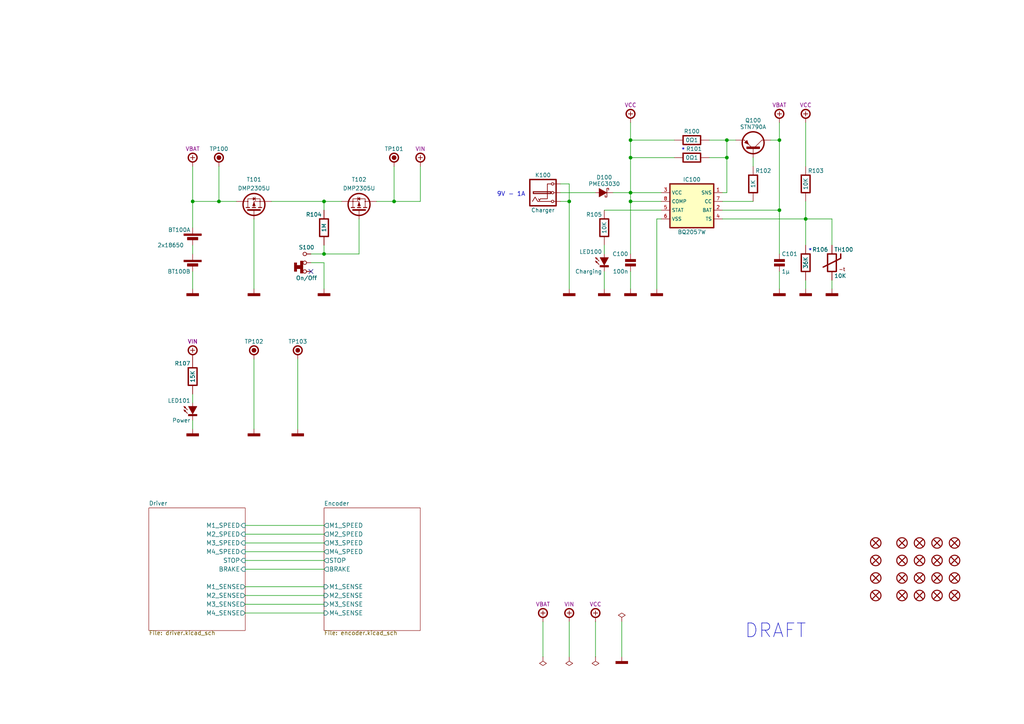
<source format=kicad_sch>
(kicad_sch (version 20211123) (generator eeschema)
  (paper "A4")
  (title_block (title "Power") (date "01/2022") (rev "A") (comment 1 "TCAR Motor Board - L298P"))
  (lib_symbols
    (symbol "power:PWR_FLAG" (power) (pin_numbers hide) (pin_names (offset 0) hide)
      (property "Value" "PWR_FLAG" (at 0 3.81 0))
      (symbol "PWR_FLAG_0_0"
        (pin power_out line (at 0 0 90) (length 0) (name "pwr") (number "1"))
      )
      (symbol "PWR_FLAG_0_1"
        (polyline (pts (xy 0 0) (xy 0 1.27) (xy -1.016 1.905) (xy 0 2.54) (xy 1.016 1.905) (xy 0 1.27)))
      )
    )
    (symbol "tronixio:BQ2057W" (pin_names (offset 0.5))
      (property "Reference" "IC" (at 0 7.62 0))
      (property "Value" "BQ2057W" (at 0 -7.62 0))
      (symbol "BQ2057W_0_1"
        (rectangle (start -6.35 -6.35) (end 6.35 6.35) (stroke (width 0.4)) (fill (type background)))
      )
      (symbol "BQ2057W_1_1"
        (pin input line (at 8.89 3.81 180) (length 2.54) (name "SNS") (number "1"))
        (pin input line (at 8.89 -1.27 180) (length 2.54) (name "BAT") (number "2"))
        (pin power_in line (at -8.89 3.81 0) (length 2.54) (name "VCC") (number "3"))
        (pin input line (at 8.89 -3.81 180) (length 2.54) (name "TS") (number "4"))
        (pin open_collector line (at -8.89 -1.27 0) (length 2.54) (name "STAT") (number "5"))
        (pin power_in line (at -8.89 -3.81 0) (length 2.54) (name "VSS") (number "6"))
        (pin output line (at 8.89 1.27 180) (length 2.54) (name "CC") (number "7"))
        (pin input line (at -8.89 1.27 0) (length 2.54) (name "COMP") (number "8"))
      )
    )
    (symbol "tronixio:C-1206" (pin_numbers hide) (pin_names (offset 0) hide)
      (property "Reference" "C" (at 0.635 2.54 0))
      (property "Value" "C-1206" (at 0.635 -2.54 0))
      (symbol "C-1206_0_1"
        (rectangle (start -1.524 -0.254) (end 1.524 -1.016) (stroke (width 0.001)) (fill (type outline)))
        (rectangle (start -1.524 1.016) (end 1.524 0.254) (stroke (width 0.001)) (fill (type outline)))
      )
      (symbol "C-1206_1_1"
        (pin passive line (at 0 2.54 270) (length 1.905) (name "~") (number "1"))
        (pin passive line (at 0 -2.54 90) (length 1.905) (name "~") (number "2"))
      )
    )
    (symbol "tronixio:CUI-PJ-002AH-SMT-TR" (pin_numbers hide) (pin_names (offset 0) hide)
      (property "Reference" "K" (at 0 5.08 0))
      (property "Value" "CUI-PJ-002AH-SMT-TR" (at 0 -5.08 0))
      (symbol "CUI-PJ-002AH-SMT-TR_0_1"
        (rectangle (start -3.81 -3.81) (end 3.81 3.81) (stroke (width 0.4)))
        (rectangle (start -2.794 0.254) (end 2.286 -0.254) (stroke (width 0.3)))
        (polyline (pts (xy -3.048 -2.54) (xy -2.286 -1.27) (xy -1.524 -2.54) (xy 2.286 -2.54)) (stroke (width 0.2)))
        (polyline (pts (xy -1.27 -1.778) (xy -1.016 -2.286) (xy -0.762 -1.778) (xy 1.27 -1.778) (xy 1.27 2.54) (xy 2.286 2.54)) (stroke (width 0.2)))
        (circle (center 2.794 -2.54) (radius 0.3592) (stroke (width 0.2)))
        (circle (center 2.794 0) (radius 0.3592) (stroke (width 0.2)))
        (circle (center 2.794 2.54) (radius 0.3592) (stroke (width 0.2)))
      )
      (symbol "CUI-PJ-002AH-SMT-TR_1_1"
        (pin passive line (at 5.08 0 180) (length 1.905) (name "~") (number "1"))
        (pin passive line (at 5.08 -2.54 180) (length 1.905) (name "~") (number "2"))
        (pin passive line (at 5.08 2.54 180) (length 1.905) (name "~") (number "3"))
      )
    )
    (symbol "tronixio:DMP2305U" (pin_numbers hide) (pin_names (offset 0) hide)
      (property "Reference" "T" (at 2.54 1.905 0))
      (property "Value" "DMP2305U" (at 0 -17.78 0))
      (symbol "DMP2305U_0_1"
        (rectangle (start -2.667 -1.905) (end -2.286 1.905) (stroke (width 0.001)) (fill (type outline)))
        (circle (center -0.889 0) (radius 3.175) (stroke (width 0.4)))
        (circle (center 0 -1.778) (radius 0.127) (stroke (width 0.12)))
        (polyline (pts (xy -1.778 -1.27) (xy -1.778 -2.286)) (stroke (width 0.254)))
        (polyline (pts (xy -1.778 0) (xy 0 0)) (stroke (width 0.15)))
        (polyline (pts (xy -1.778 0.508) (xy -1.778 -0.508)) (stroke (width 0.254)))
        (polyline (pts (xy -1.778 2.286) (xy -1.778 1.27)) (stroke (width 0.254)))
        (polyline (pts (xy -1.778 1.778) (xy 0.762 1.778) (xy 0.762 -1.778) (xy -1.778 -1.778)))
        (polyline (pts (xy -0.254 0) (xy -1.27 0.381) (xy -1.27 -0.381) (xy -0.254 0)) (fill (type outline)))
        (polyline (pts (xy 0.254 -0.508) (xy 0.381 -0.381) (xy 1.143 -0.381) (xy 1.27 -0.254)))
        (polyline (pts (xy 0.762 -0.381) (xy 0.381 0.254) (xy 1.143 0.254) (xy 0.762 -0.381)) (fill (type outline)))
        (circle (center 0 1.778) (radius 0.127) (stroke (width 0.12)))
      )
      (symbol "DMP2305U_1_1"
        (pin input line (at -5.08 0 0) (length 2.54) (name "G") (number "1"))
        (pin passive line (at 0 -5.08 90) (length 5.08) (name "S") (number "2"))
        (pin passive line (at 0 5.08 270) (length 3.3) (name "D") (number "3"))
      )
    )
    (symbol "tronixio:E-SWITCH-200USP1T1A1M6RE" (pin_numbers hide) (pin_names (offset 0) hide)
      (property "Reference" "S" (at 0 7.62 0))
      (property "Value" "E-SWITCH-200USP1T1A1M6RE" (at 0 -7.62 0))
      (symbol "E-SWITCH-200USP1T1A1M6RE_0_1"
        (rectangle (start -3.048 3.048) (end 0.508 2.286) (stroke (width 0.001)) (fill (type outline)))
        (circle (center -2.54 1.778) (radius 0.508) (stroke (width 0.2)))
        (rectangle (start -2.54 4.826) (end 0 4.064) (stroke (width 0.001)) (fill (type outline)))
        (rectangle (start -1.778 3.048) (end -0.762 4.064) (stroke (width 0.001)) (fill (type outline)))
        (circle (center 0 1.778) (radius 0.508) (stroke (width 0.2)))
        (circle (center 2.54 1.778) (radius 0.508) (stroke (width 0.2)))
        (pin passive line (at -2.54 0 90) (length 1.27) (name "1") (number "1"))
        (pin passive line (at 0 0 90) (length 1.27) (name "2") (number "2"))
        (pin passive line (at 2.54 0 90) (length 1.27) (name "3") (number "3"))
      )
    )
    (symbol "tronixio:HARWIN-S1751" (pin_numbers hide) (pin_names (offset 0) hide)
      (property "Reference" "TP" (at 0 7.62 0))
      (property "Value" "HARWIN-S1751" (at 0 5.08 0))
      (symbol "HARWIN-S1751_0_1"
        (circle (center 0 2.54) (radius 0.635) (stroke (width 0.001)) (fill (type outline)))
        (circle (center 0 2.54) (radius 1.27) (stroke (width 0.4)))
      )
      (symbol "HARWIN-S1751_1_1"
        (pin passive line (at 0 0 90) (length 1.27) (name "1") (number "1"))
      )
    )
    (symbol "tronixio:KEYSTONE-1049" (pin_numbers hide) (pin_names (offset 0) hide)
      (property "Reference" "BT" (at -1.27 2.54 0))
      (property "Value" "KEYSTONE-1049" (at -1.27 -2.54 0))
      (symbol "KEYSTONE-1049_0_1"
        (rectangle (start -2.54 0.762) (end 2.54 0.254) (fill (type outline)))
        (rectangle (start -1.524 -0.254) (end 1.524 -1.016) (fill (type outline)))
      )
      (symbol "KEYSTONE-1049_1_1"
        (pin passive line (at 0 -2.54 90) (length 1.905) (name "-") (number "1"))
        (pin passive line (at 0 2.54 270) (length 1.905) (name "+") (number "2"))
      )
      (symbol "KEYSTONE-1049_2_1"
        (pin passive line (at 0 -2.54 90) (length 1.905) (name "-") (number "3"))
        (pin passive line (at 0 2.54 270) (length 1.905) (name "+") (number "4"))
      )
    )
    (symbol "tronixio:LED-1206-RED" (pin_numbers hide) (pin_names (offset 0) hide)
      (property "Reference" "LED" (at 0 -2.54 0))
      (property "Value" "LED-1206-RED" (at 0 -5.08 0))
      (symbol "LED-1206-RED_0_1"
        (rectangle (start -1.27 1.27) (end -0.762 -1.27) (stroke (width 0.001)) (fill (type outline)))
        (polyline (pts (xy 1.524 -1.27) (xy 1.524 1.27) (xy -0.762 0) (xy 1.524 -1.27)) (stroke (width 0.001)) (fill (type outline)))
        (polyline (pts (xy -0.508 1.524) (xy 0.508 2.54) (xy 0.254 2.032) (xy 0 2.286) (xy 0.508 2.54)) (stroke (width 0.2)))
        (polyline (pts (xy 0.508 1.524) (xy 1.524 2.54) (xy 1.27 2.032) (xy 1.016 2.286) (xy 1.524 2.54)) (stroke (width 0.2)))
      )
      (symbol "LED-1206-RED_1_1"
        (pin passive line (at -2.54 0 0) (length 1.27) (name "K") (number "1"))
        (pin passive line (at 2.54 0 180) (length 1.27) (name "A") (number "2"))
      )
    )
    (symbol "tronixio:MOUNTING-HOLE-3.5MM" (pin_numbers hide) (pin_names (offset 0) hide)
      (symbol "MOUNTING-HOLE-3.5MM_0_1"
        (polyline (pts (xy -1.016 -1.016) (xy 1.016 1.016)) (stroke (width 0.3)))
        (polyline (pts (xy 1.016 -1.016) (xy -1.016 1.016)) (stroke (width 0.3)))
        (circle (center 0 0) (radius 1.524) (stroke (width 0.3)))
      )
    )
    (symbol "tronixio:MOUNTING-HOLE-MASK-3MM" (pin_numbers hide) (pin_names (offset 0) hide)
      (symbol "MOUNTING-HOLE-MASK-3MM_0_1"
        (polyline (pts (xy -1.016 -1.016) (xy 1.016 1.016)) (stroke (width 0.3)))
        (polyline (pts (xy 1.016 -1.016) (xy -1.016 1.016)) (stroke (width 0.3)))
        (circle (center 0 0) (radius 1.524) (stroke (width 0.3)))
      )
    )
    (symbol "tronixio:PMEG3030" (pin_numbers hide) (pin_names (offset 0) hide)
      (property "Reference" "D" (at 0 2.54 0))
      (property "Value" "PMEG3030" (at 0 -2.54 0))
      (symbol "PMEG3030_0_1"
        (polyline (pts (xy 1.524 -1.27) (xy 1.524 1.27) (xy -0.762 0) (xy 1.524 -1.27)) (stroke (width 0.001)) (fill (type outline)))
        (polyline (pts (xy -0.254 -0.762) (xy -0.254 -1.27) (xy -0.762 -1.27) (xy -0.762 1.27) (xy -1.27 1.27) (xy -1.27 0.762)) (stroke (width 0.2)))
      )
      (symbol "PMEG3030_1_1"
        (pin passive line (at -2.54 0 0) (length 1.905) (name "C") (number "1"))
        (pin passive line (at 2.54 0 180) (length 1.27) (name "A") (number "2"))
      )
    )
    (symbol "tronixio:POWER-GND" (power) (pin_numbers hide) (pin_names (offset 0) hide)
      (symbol "POWER-GND_0_1"
        (rectangle (start -1.778 -2.032) (end 1.778 -1.27) (stroke (width 0.001)) (fill (type outline)))
      )
      (symbol "POWER-GND_1_1"
        (pin power_in line (at 0 0 270) (length 1.27) (name "GND") (number "1"))
      )
    )
    (symbol "tronixio:POWER-VBAT" (power) (pin_numbers hide) (pin_names (offset 0) hide)
      (property "Name" "VBAT" (at 0 5.08 0))
      (symbol "POWER-VBAT_0_1"
        (polyline (pts (xy -0.635 2.54) (xy 0.635 2.54)) (stroke (width 0.2)))
        (polyline (pts (xy 0 1.905) (xy 0 3.175)) (stroke (width 0.2)))
        (circle (center 0 2.54) (radius 1.27) (stroke (width 0.4)))
      )
      (symbol "POWER-VBAT_1_1"
        (pin power_in line (at 0 0 90) (length 1.27) (name "VBAT") (number "1"))
      )
    )
    (symbol "tronixio:POWER-VCC" (power) (pin_numbers hide) (pin_names (offset 0) hide)
      (property "Name" "VCC" (at 0 5.08 0))
      (symbol "POWER-VCC_0_1"
        (polyline (pts (xy -0.635 2.54) (xy 0.635 2.54)) (stroke (width 0.2)))
        (polyline (pts (xy 0 1.905) (xy 0 3.175)) (stroke (width 0.2)))
        (circle (center 0 2.54) (radius 1.27) (stroke (width 0.4)))
      )
      (symbol "POWER-VCC_1_1"
        (pin power_in line (at 0 0 90) (length 1.27) (name "VCC") (number "1"))
      )
    )
    (symbol "tronixio:POWER-VIN" (power) (pin_numbers hide) (pin_names (offset 0) hide)
      (property "Name" "VIN" (at 0 5.08 0))
      (symbol "POWER-VIN_0_1"
        (polyline (pts (xy -0.635 2.54) (xy 0.635 2.54)) (stroke (width 0.2)))
        (polyline (pts (xy 0 1.905) (xy 0 3.175)) (stroke (width 0.2)))
        (circle (center 0 2.54) (radius 1.27) (stroke (width 0.4)))
      )
      (symbol "POWER-VIN_1_1"
        (pin power_in line (at 0 0 90) (length 1.27) (name "VIN") (number "1"))
      )
    )
    (symbol "tronixio:R-1206" (pin_numbers hide) (pin_names (offset 0) hide)
      (property "Reference" "R" (at 2.54 0 90))
      (property "Value" "R-1206" (at 0 0 90))
      (symbol "R-1206_0_1"
        (rectangle (start -1.27 -2.54) (end 1.27 2.54) (stroke (width 0.4)))
      )
      (symbol "R-1206_1_1"
        (pin passive line (at 0 5.08 270) (length 2.54) (name "~") (number "1"))
        (pin passive line (at 0 -5.08 90) (length 2.54) (name "~") (number "2"))
      )
    )
    (symbol "tronixio:R-1210" (pin_numbers hide) (pin_names (offset 0) hide)
      (property "Reference" "R" (at 2.54 0 90))
      (property "Value" "R-1210" (at 0 0 90))
      (symbol "R-1210_0_1"
        (rectangle (start -1.27 -2.54) (end 1.27 2.54) (stroke (width 0.4)))
      )
      (symbol "R-1210_1_1"
        (pin passive line (at 0 5.08 270) (length 2.54) (name "~") (number "1"))
        (pin passive line (at 0 -5.08 90) (length 2.54) (name "~") (number "2"))
      )
    )
    (symbol "tronixio:STN790A" (pin_numbers hide) (pin_names (offset 0) hide)
      (property "Reference" "Q" (at 5.08 1.27 0))
      (property "Value" "STN790A" (at 5.08 -1.27 0))
      (symbol "STN790A_0_1"
        (polyline (pts (xy 0.635 0.635) (xy 2.54 2.54)))
        (polyline (pts (xy 0.635 -0.635) (xy 2.54 -2.54) (xy 2.54 -2.54)))
        (polyline (pts (xy 1.27 -1.27) (xy 2.54 -1.778) (xy 1.778 -2.54) (xy 1.27 -1.27)) (stroke (width 0.001)) (fill (type outline)))
        (rectangle (start 0 1.905) (end 0.635 -1.905) (stroke (width 0.1)) (fill (type outline)))
        (circle (center 1.778 0) (radius 3.175) (stroke (width 0.4)))
      )
      (symbol "STN790A_1_1"
        (pin input line (at -2.54 0 0) (length 2.54) (name "B") (number "1"))
        (pin passive line (at 2.54 5.08 270) (length 2.54) (name "C") (number "2"))
        (pin passive line (at 2.54 -5.08 90) (length 2.54) (name "E") (number "3"))
      )
    )
    (symbol "tronixio:THERMISTOR-NTC-10K" (pin_numbers hide) (pin_names (offset 0) hide)
      (property "Reference" "TH" (at 1.27 3.81 0))
      (property "Value" "THERMISTOR-NTC-10K" (at 1.27 -3.81 0))
      (symbol "THERMISTOR-NTC-10K_0_0"
        (text "-t" (at -1.905 -1.905 0) (effects (font (size 1 1)) (justify right)))
      )
      (symbol "THERMISTOR-NTC-10K_0_1"
        (rectangle (start -1.27 -2.54) (end 1.27 2.54) (stroke (width 0.4)))
        (polyline (pts (xy -2.54 2.54) (xy -2.54 1.27) (xy 2.54 -1.27)) (stroke (width 0.4)))
      )
      (symbol "THERMISTOR-NTC-10K_1_1"
        (pin passive line (at 0 5.08 270) (length 2.54) (name "~") (number "1"))
        (pin passive line (at 0 -5.08 90) (length 2.54) (name "~") (number "2"))
      )
    )
  )
  (junction (at 182.88 40.64) (diameter 0.9144))
  (junction (at 233.68 63.5) (diameter 0.9144))
  (junction (at 165.1 58.42) (diameter 0.9144))
  (junction (at 210.82 40.64) (diameter 0.9144))
  (junction (at 93.98 73.66) (diameter 0.9144))
  (junction (at 182.88 45.72) (diameter 0.9144))
  (junction (at 114.3 58.42))
  (junction (at 93.98 58.42) (diameter 0.9144))
  (junction (at 55.88 58.42) (diameter 0.9144))
  (junction (at 210.82 45.72) (diameter 0.9144))
  (junction (at 63.5 58.42))
  (junction (at 226.06 40.64) (diameter 0.9144))
  (junction (at 182.88 55.88) (diameter 0.9144))
  (junction (at 226.06 60.96) (diameter 0.9144))
  (junction (at 182.88 58.42) (diameter 0.9144))
  (no_connect (at 90.17 78.74))
  (wire (pts (xy 63.5 58.42) (xy 68.58 58.42)))
  (wire (pts (xy 93.98 76.2) (xy 93.98 83.82)))
  (wire (pts (xy 165.1 58.42) (xy 165.1 83.82)))
  (wire (pts (xy 182.88 58.42) (xy 191.77 58.42)))
  (wire (pts (xy 210.82 45.72) (xy 210.82 55.88)))
  (wire (pts (xy 162.56 58.42) (xy 165.1 58.42)))
  (wire (pts (xy 55.88 121.92) (xy 55.88 124.46)))
  (wire (pts (xy 93.98 58.42) (xy 93.98 60.96)))
  (wire (pts (xy 63.5 48.26) (xy 63.5 58.42)))
  (wire (pts (xy 71.12 172.72) (xy 93.98 172.72)))
  (wire (pts (xy 218.44 45.72) (xy 218.44 48.26)))
  (wire (pts (xy 233.68 63.5) (xy 233.68 71.12)))
  (wire (pts (xy 182.88 78.74) (xy 182.88 83.82)))
  (wire (pts (xy 209.55 63.5) (xy 233.68 63.5)))
  (wire (pts (xy 182.88 45.72) (xy 182.88 55.88)))
  (wire (pts (xy 191.77 55.88) (xy 182.88 55.88)))
  (wire (pts (xy 172.72 180.34) (xy 172.72 190.5)))
  (wire (pts (xy 157.48 180.34) (xy 157.48 190.5)))
  (wire (pts (xy 73.66 63.5) (xy 73.66 83.82)))
  (wire (pts (xy 226.06 35.56) (xy 226.06 40.64)))
  (wire (pts (xy 205.74 40.64) (xy 210.82 40.64)))
  (wire (pts (xy 233.68 58.42) (xy 233.68 63.5)))
  (wire (pts (xy 55.88 48.26) (xy 55.88 58.42)))
  (wire (pts (xy 104.14 63.5) (xy 104.14 73.66)))
  (wire (pts (xy 71.12 177.8) (xy 93.98 177.8)))
  (wire (pts (xy 55.88 114.3) (xy 55.88 116.84)))
  (wire (pts (xy 78.74 58.42) (xy 93.98 58.42)))
  (wire (pts (xy 86.36 104.14) (xy 86.36 124.46)))
  (wire (pts (xy 210.82 45.72) (xy 210.82 40.64)))
  (wire (pts (xy 71.12 165.1) (xy 93.98 165.1)))
  (wire (pts (xy 209.55 55.88) (xy 210.82 55.88)))
  (wire (pts (xy 233.68 35.56) (xy 233.68 48.26)))
  (wire (pts (xy 71.12 152.4) (xy 93.98 152.4)))
  (wire (pts (xy 121.92 48.26) (xy 121.92 58.42)))
  (wire (pts (xy 109.22 58.42) (xy 114.3 58.42)))
  (wire (pts (xy 71.12 170.18) (xy 93.98 170.18)))
  (wire (pts (xy 175.26 78.74) (xy 175.26 83.82)))
  (wire (pts (xy 114.3 58.42) (xy 121.92 58.42)))
  (wire (pts (xy 165.1 53.34) (xy 165.1 58.42)))
  (wire (pts (xy 241.3 71.12) (xy 241.3 63.5)))
  (wire (pts (xy 241.3 81.28) (xy 241.3 83.82)))
  (wire (pts (xy 114.3 48.26) (xy 114.3 58.42)))
  (wire (pts (xy 182.88 40.64) (xy 195.58 40.64)))
  (wire (pts (xy 182.88 45.72) (xy 195.58 45.72)))
  (wire (pts (xy 71.12 175.26) (xy 93.98 175.26)))
  (wire (pts (xy 182.88 35.56) (xy 182.88 40.64)))
  (wire (pts (xy 93.98 71.12) (xy 93.98 73.66)))
  (wire (pts (xy 223.52 40.64) (xy 226.06 40.64)))
  (wire (pts (xy 233.68 81.28) (xy 233.68 83.82)))
  (wire (pts (xy 162.56 55.88) (xy 172.72 55.88)))
  (wire (pts (xy 93.98 58.42) (xy 99.06 58.42)))
  (wire (pts (xy 90.17 73.66) (xy 93.98 73.66)))
  (wire (pts (xy 191.77 63.5) (xy 190.5 63.5)))
  (wire (pts (xy 71.12 160.02) (xy 93.98 160.02)))
  (wire (pts (xy 55.88 58.42) (xy 55.88 66.04)))
  (wire (pts (xy 182.88 58.42) (xy 182.88 73.66)))
  (wire (pts (xy 210.82 40.64) (xy 213.36 40.64)))
  (wire (pts (xy 190.5 63.5) (xy 190.5 83.82)))
  (wire (pts (xy 209.55 58.42) (xy 218.44 58.42)))
  (wire (pts (xy 226.06 60.96) (xy 226.06 73.66)))
  (wire (pts (xy 162.56 53.34) (xy 165.1 53.34)))
  (wire (pts (xy 55.88 78.74) (xy 55.88 83.82)))
  (wire (pts (xy 209.55 60.96) (xy 226.06 60.96)))
  (wire (pts (xy 55.88 71.12) (xy 55.88 73.66)))
  (wire (pts (xy 182.88 55.88) (xy 182.88 58.42)))
  (wire (pts (xy 71.12 162.56) (xy 93.98 162.56)))
  (wire (pts (xy 191.77 60.96) (xy 175.26 60.96)))
  (wire (pts (xy 73.66 104.14) (xy 73.66 124.46)))
  (wire (pts (xy 175.26 71.12) (xy 175.26 73.66)))
  (wire (pts (xy 71.12 154.94) (xy 93.98 154.94)))
  (wire (pts (xy 182.88 40.64) (xy 182.88 45.72)))
  (wire (pts (xy 177.8 55.88) (xy 182.88 55.88)))
  (wire (pts (xy 180.34 180.34) (xy 180.34 190.5)))
  (wire (pts (xy 233.68 63.5) (xy 241.3 63.5)))
  (wire (pts (xy 55.88 58.42) (xy 63.5 58.42)))
  (wire (pts (xy 205.74 45.72) (xy 210.82 45.72)))
  (wire (pts (xy 71.12 157.48) (xy 93.98 157.48)))
  (wire (pts (xy 226.06 78.74) (xy 226.06 83.82)))
  (wire (pts (xy 93.98 73.66) (xy 104.14 73.66)))
  (wire (pts (xy 90.17 76.2) (xy 93.98 76.2)))
  (wire (pts (xy 226.06 40.64) (xy 226.06 60.96)))
  (wire (pts (xy 165.1 180.34) (xy 165.1 190.5)))
  (text "DRAFT" (at 215.9 185.42 0) (effects (font (size 4 4)) (justify left bottom)))
  (text "9V - 1A" (at 152.4 57.15 180) (effects (font (size 1.27 1.27)) (justify right bottom)))
  (text "*" (at 235.585 73.66 180) (effects (font (size 1.27 1.27)) (justify right bottom)))
  (text "*" (at 198.755 44.45 180) (effects (font (size 1.27 1.27)) (justify right bottom)))
  (symbol (lib_id "tronixio:MOUNTING-HOLE-MASK-3MM") (at 276.86 157.48 0) (unit 1)
    (property "Reference" "H104" (effects hide))
    (property "Value" "MOUNTING-HOLE-MASK-3MM" (effects hide))
    (property "Footprint" "tronixio:M3-MASK" (effects hide))
  )
  (symbol (lib_id "tronixio:POWER-GND") (at 182.88 83.82 0) (unit 1)
    (property "Reference" "#PWR0111" (effects hide))
    (property "Value" "POWER-GND" (effects hide))
  )
  (symbol (lib_id "power:PWR_FLAG") (at 157.48 190.5 180) (unit 1)
    (property "Reference" "#FLG0102" (effects hide))
    (property "Value" "PWR_FLAG" (effects hide))
  )
  (symbol (lib_id "tronixio:POWER-GND") (at 73.66 83.82 0) (unit 1)
    (property "Reference" "#PWR0107" (effects hide))
    (property "Value" "POWER-GND" (effects hide))
  )
  (symbol (lib_id "tronixio:HARWIN-S1751") (at 114.3 48.26 0) (unit 1)
    (property "Reference" "TP101" (at 114.3 43.18 0) (effects (font (size 1.15 1.15))))
    (property "Value" "HARWIN-S1751" (effects hide))
    (property "Footprint" "tronixio:zzzHARWIN-S1751" (effects hide))
    (property "Datasheet" "https://www.harwin.com/products/S1751-46/" (effects hide))
    (property "MOUSER" "855-S1751-46" (effects hide))
  )
  (symbol (lib_id "tronixio:DMP2305U") (at 73.66 58.42 90) (unit 1)
    (property "Reference" "T101" (at 73.66 52.07 90) (effects (font (size 1.15 1.15))))
    (property "Value" "DMP2305U" (at 73.66 54.61 90) (effects (font (size 1.15 1.15))))
    (property "Footprint" "tronixio:SOT-23-3" (effects hide))
    (property "Datasheet" "https://www.diodes.com/part/view/DMP2305U" (effects hide))
    (property "MOUSER" "621-DMP2305U-7" (effects hide))
  )
  (symbol (lib_id "tronixio:MOUNTING-HOLE-MASK-3MM") (at 261.62 162.56 0) (unit 1)
    (property "Reference" "H105" (effects hide))
    (property "Value" "MOUNTING-HOLE-MASK-3MM" (effects hide))
    (property "Footprint" "tronixio:M3-MASK" (effects hide))
  )
  (symbol (lib_id "tronixio:E-SWITCH-200USP1T1A1M6RE") (at 90.17 76.2 90) (unit 1)
    (property "Reference" "S100" (at 88.9 71.755 90) (effects (font (size 1.15 1.15))))
    (property "Value" "On/Off" (at 88.9 80.645 90) (effects (font (size 1.15 1.15))))
    (property "Footprint" "tronixio:zzzE-SWITCH-200USPXT1A1M6RE" (effects hide))
    (property "Datasheet" "http://spec_sheets.e-switch.com/specs/T250001.pdf" (effects hide))
    (property "MOUSER" "612-200USP1T1A1M6RE" (effects hide))
  )
  (symbol (lib_id "tronixio:MOUNTING-HOLE-MASK-3MM") (at 276.86 172.72 0) (unit 1)
    (property "Reference" "H116" (effects hide))
    (property "Value" "MOUNTING-HOLE-MASK-3MM" (effects hide))
    (property "Footprint" "tronixio:M3-MASK" (effects hide))
  )
  (symbol (lib_id "power:PWR_FLAG") (at 165.1 190.5 180) (unit 1)
    (property "Reference" "#FLG0103" (effects hide))
    (property "Value" "PWR_FLAG" (effects hide))
  )
  (symbol (lib_id "tronixio:POWER-GND") (at 55.88 124.46 0) (unit 1)
    (property "Reference" "#PWR0117" (effects hide))
    (property "Value" "POWER-GND" (effects hide))
  )
  (symbol (lib_id "tronixio:MOUNTING-HOLE-3.5MM") (at 254 162.56 0) (unit 1)
    (property "Reference" "H118" (effects hide))
    (property "Value" "MOUNTING-HOLE-MASK-3MM" (effects hide))
    (property "Footprint" "tronixio:M3.5" (effects hide))
  )
  (symbol (lib_id "tronixio:STN790A") (at 218.44 43.18 270) (mirror x) (unit 1)
    (property "Reference" "Q100" (at 218.44 34.925 90) (effects (font (size 1.15 1.15))))
    (property "Value" "STN790A" (at 218.44 36.83 90) (effects (font (size 1.15 1.15))))
    (property "Footprint" "tronixio:SOT-223-3" (effects hide))
    (property "Datasheet" "https://www.st.com/content/st_com/en/products/power-transistors/power-bipolar/lt-500v-transistors/stn790a.html" (effects hide))
    (property "MOUSER" "511-STN790A" (effects hide))
  )
  (symbol (lib_id "power:PWR_FLAG") (at 180.34 180.34 0) (mirror y) (unit 1)
    (property "Reference" "#FLG0101" (effects hide))
    (property "Value" "PWR_FLAG" (effects hide))
  )
  (symbol (lib_id "tronixio:R-1210") (at 200.66 40.64 90) (unit 1)
    (property "Reference" "R100" (at 200.66 38.1 90) (effects (font (size 1.15 1.15))))
    (property "Value" "0Ω1" (at 200.66 40.64 90) (effects (font (size 1.15 1.15))))
    (property "Footprint" "tronixio:RESISTOR-1210" (effects hide))
  )
  (symbol (lib_id "tronixio:KEYSTONE-1049") (at 55.88 76.2 0) (unit 2)
    (property "Reference" "BT100" (at 55.245 78.74 0) (effects (font (size 1.15 1.15)) (justify right)))
    (property "Value" "2x18650" (effects hide))
    (property "Footprint" "tronixio:KEYSTONE-1049" (effects hide))
    (property "Datasheet" "http://www.keyelco.com/product.cfm/product_id/921" (effects hide))
    (property "MOUSER" "534-1049" (effects hide))
  )
  (symbol (lib_id "tronixio:MOUNTING-HOLE-MASK-3MM") (at 266.7 157.48 0) (unit 1)
    (property "Reference" "H102" (effects hide))
    (property "Value" "MOUNTING-HOLE-MASK-3MM" (effects hide))
    (property "Footprint" "tronixio:M3-MASK" (effects hide))
  )
  (symbol (lib_id "tronixio:MOUNTING-HOLE-MASK-3MM") (at 271.78 172.72 0) (unit 1)
    (property "Reference" "H115" (effects hide))
    (property "Value" "MOUNTING-HOLE-MASK-3MM" (effects hide))
    (property "Footprint" "tronixio:M3-MASK" (effects hide))
  )
  (symbol (lib_id "tronixio:DMP2305U") (at 104.14 58.42 270) (mirror x) (unit 1)
    (property "Reference" "T102" (at 104.14 52.07 90) (effects (font (size 1.15 1.15))))
    (property "Value" "DMP2305U" (at 104.14 54.61 90) (effects (font (size 1.15 1.15))))
    (property "Footprint" "tronixio:SOT-23-3" (effects hide))
    (property "Datasheet" "https://www.diodes.com/part/view/DMP2305U" (effects hide))
    (property "MOUSER" "621-DMP2305U-7" (effects hide))
  )
  (symbol (lib_id "tronixio:PMEG3030") (at 175.26 55.88 0) (mirror y) (unit 1)
    (property "Reference" "D100" (at 175.26 51.435 0) (effects (font (size 1.15 1.15))))
    (property "Value" "PMEG3030" (at 175.26 53.34 0) (effects (font (size 1.15 1.15))))
    (property "Footprint" "tronixio:SOD-128" (effects hide))
    (property "Datasheet" "https://www.nexperia.com/search.html?q=pmeg3030&searchCategory=product" (effects hide))
    (property "MOUSER" "771-PMEG3030EP115" (effects hide))
  )
  (symbol (lib_id "tronixio:LED-1206-RED") (at 55.88 119.38 90) (unit 1)
    (property "Reference" "LED101" (at 55.245 116.205 90) (effects (font (size 1.15 1.15)) (justify left)))
    (property "Value" "Power" (at 55.245 121.92 90) (effects (font (size 1.15 1.15)) (justify left)))
    (property "Footprint" "tronixio:LED-1206" (effects hide))
    (property "Datasheet" "http://www.kingbrightusa.com/images/catalog/SPEC/APT3216LSECK-J3-PRV.pdf" (effects hide))
    (property "MOUSER" "604-APT3216LSECKJ3RV" (effects hide))
  )
  (symbol (lib_id "tronixio:HARWIN-S1751") (at 73.66 104.14 0) (unit 1)
    (property "Reference" "TP102" (at 73.66 99.06 0) (effects (font (size 1.15 1.15))))
    (property "Value" "HARWIN-S1751" (effects hide))
    (property "Footprint" "tronixio:zzzHARWIN-S1751" (effects hide))
    (property "Datasheet" "https://www.harwin.com/products/S1751-46/" (effects hide))
    (property "MOUSER" "855-S1751-46" (effects hide))
  )
  (symbol (lib_id "tronixio:MOUNTING-HOLE-MASK-3MM") (at 266.7 172.72 0) (unit 1)
    (property "Reference" "H114" (effects hide))
    (property "Value" "MOUNTING-HOLE-MASK-3MM" (effects hide))
    (property "Footprint" "tronixio:M3-MASK" (effects hide))
  )
  (symbol (lib_id "tronixio:KEYSTONE-1049") (at 55.88 68.58 0) (unit 1)
    (property "Reference" "BT100" (at 55.245 66.675 0) (effects (font (size 1.15 1.15)) (justify right)))
    (property "Value" "2x18650" (at 53.34 71.12 0) (effects (font (size 1.15 1.15)) (justify right)))
    (property "Footprint" "tronixio:KEYSTONE-1049" (effects hide))
    (property "Datasheet" "http://www.keyelco.com/product.cfm/product_id/921" (effects hide))
    (property "MOUSER" "534-1049" (effects hide))
  )
  (symbol (lib_id "tronixio:POWER-GND") (at 165.1 83.82 0) (unit 1)
    (property "Reference" "#PWR0109" (effects hide))
    (property "Value" "POWER-GND" (effects hide))
  )
  (symbol (lib_id "tronixio:MOUNTING-HOLE-MASK-3MM") (at 266.7 167.64 0) (unit 1)
    (property "Reference" "H110" (effects hide))
    (property "Value" "MOUNTING-HOLE-MASK-3MM" (effects hide))
    (property "Footprint" "tronixio:M3-MASK" (effects hide))
  )
  (symbol (lib_id "tronixio:HARWIN-S1751") (at 63.5 48.26 0) (unit 1)
    (property "Reference" "TP100" (at 63.5 43.18 0) (effects (font (size 1.15 1.15))))
    (property "Value" "HARWIN-S1751" (effects hide))
    (property "Footprint" "tronixio:zzzHARWIN-S1751" (effects hide))
    (property "Datasheet" "https://www.harwin.com/products/S1751-46/" (effects hide))
    (property "MOUSER" "855-S1751-46" (effects hide))
  )
  (symbol (lib_id "tronixio:POWER-GND") (at 233.68 83.82 0) (unit 1)
    (property "Reference" "#PWR0114" (effects hide))
    (property "Value" "POWER-GND" (effects hide))
  )
  (symbol (lib_id "tronixio:C-1206") (at 226.06 76.2 0) (unit 1)
    (property "Reference" "C101" (at 226.695 73.66 0) (effects (font (size 1.15 1.15)) (justify left)))
    (property "Value" "1µ" (at 226.695 78.74 0) (effects (font (size 1.15 1.15)) (justify left)))
    (property "Footprint" "tronixio:CAPACITOR-1206" (effects hide))
  )
  (symbol (lib_id "tronixio:MOUNTING-HOLE-3.5MM") (at 254 167.64 0) (unit 1)
    (property "Reference" "H119" (effects hide))
    (property "Value" "MOUNTING-HOLE-MASK-3MM" (effects hide))
    (property "Footprint" "tronixio:M3.5" (effects hide))
  )
  (symbol (lib_id "tronixio:POWER-GND") (at 180.34 190.5 0) (unit 1)
    (property "Reference" "#PWR0120" (effects hide))
    (property "Value" "POWER-GND" (effects hide))
  )
  (symbol (lib_id "tronixio:R-1206") (at 233.68 53.34 0) (unit 1)
    (property "Reference" "R103" (at 234.315 49.53 0) (effects (font (size 1.15 1.15)) (justify left)))
    (property "Value" "10K" (at 233.68 53.34 90) (effects (font (size 1.15 1.15))))
    (property "Footprint" "tronixio:RESISTOR-1206" (effects hide))
  )
  (symbol (lib_id "tronixio:THERMISTOR-NTC-10K") (at 241.3 76.2 0) (mirror y) (unit 1)
    (property "Reference" "TH100" (at 241.935 72.39 0) (effects (font (size 1.15 1.15)) (justify right)))
    (property "Value" "10K" (at 241.935 80.01 0) (effects (font (size 1.15 1.15)) (justify right)))
    (property "Footprint" "tronixio:THERMISTOR" (effects hide))
    (property "Datasheet" "http://www.vishay.com/product?docid=29154" (effects hide))
    (property "MOUSER" "594-NTCLE213E3103FL" (effects hide))
  )
  (symbol (lib_id "tronixio:R-1206") (at 55.88 109.22 180) (unit 1)
    (property "Reference" "R107" (at 55.245 105.41 0) (effects (font (size 1.15 1.15)) (justify left)))
    (property "Value" "15K" (at 55.88 109.22 90) (effects (font (size 1.15 1.15))))
    (property "Footprint" "tronixio:RESISTOR-1206" (effects hide))
  )
  (symbol (lib_id "tronixio:MOUNTING-HOLE-3.5MM") (at 254 172.72 0) (unit 1)
    (property "Reference" "H120" (effects hide))
    (property "Value" "MOUNTING-HOLE-MASK-3MM" (effects hide))
    (property "Footprint" "tronixio:M3.5" (effects hide))
  )
  (symbol (lib_id "tronixio:MOUNTING-HOLE-MASK-3MM") (at 266.7 162.56 0) (unit 1)
    (property "Reference" "H106" (effects hide))
    (property "Value" "MOUNTING-HOLE-MASK-3MM" (effects hide))
    (property "Footprint" "tronixio:M3-MASK" (effects hide))
  )
  (symbol (lib_id "power:PWR_FLAG") (at 172.72 190.5 180) (unit 1)
    (property "Reference" "#FLG0104" (effects hide))
    (property "Value" "PWR_FLAG" (effects hide))
  )
  (symbol (lib_id "tronixio:POWER-VCC") (at 172.72 180.34 0) (unit 1)
    (property "Reference" "#PWR0121" (effects hide))
    (property "Value" "POWER-VCC" (effects hide))
    (property "Name" "VCC" (at 172.72 175.26 0) (effects (font (size 1.15 1.15))))
  )
  (symbol (lib_id "tronixio:MOUNTING-HOLE-MASK-3MM") (at 261.62 172.72 0) (unit 1)
    (property "Reference" "H113" (effects hide))
    (property "Value" "MOUNTING-HOLE-MASK-3MM" (effects hide))
    (property "Footprint" "tronixio:M3-MASK" (effects hide))
  )
  (symbol (lib_id "tronixio:POWER-VIN") (at 121.92 48.26 0) (unit 1)
    (property "Reference" "#PWR0105" (effects hide))
    (property "Value" "POWER-VIN" (effects hide))
    (property "Name" "VIN" (at 121.92 43.18 0) (effects (font (size 1.15 1.15))))
  )
  (symbol (lib_id "tronixio:MOUNTING-HOLE-MASK-3MM") (at 271.78 157.48 0) (unit 1)
    (property "Reference" "H103" (effects hide))
    (property "Value" "MOUNTING-HOLE-MASK-3MM" (effects hide))
    (property "Footprint" "tronixio:M3-MASK" (effects hide))
  )
  (symbol (lib_id "tronixio:R-1206") (at 218.44 53.34 0) (unit 1)
    (property "Reference" "R102" (at 219.075 49.53 0) (effects (font (size 1.15 1.15)) (justify left)))
    (property "Value" "1K" (at 218.44 53.34 90) (effects (font (size 1.15 1.15))))
    (property "Footprint" "tronixio:RESISTOR-1206" (effects hide))
  )
  (symbol (lib_id "tronixio:POWER-GND") (at 226.06 83.82 0) (unit 1)
    (property "Reference" "#PWR0113" (effects hide))
    (property "Value" "POWER-GND" (effects hide))
  )
  (symbol (lib_id "tronixio:POWER-GND") (at 73.66 124.46 0) (unit 1)
    (property "Reference" "#PWR0118" (effects hide))
    (property "Value" "POWER-GND" (effects hide))
  )
  (symbol (lib_id "tronixio:MOUNTING-HOLE-3.5MM") (at 254 157.48 0) (unit 1)
    (property "Reference" "H117" (effects hide))
    (property "Value" "MOUNTING-HOLE-MASK-3MM" (effects hide))
    (property "Footprint" "tronixio:M3.5" (effects hide))
  )
  (symbol (lib_id "tronixio:POWER-VCC") (at 182.88 35.56 0) (unit 1)
    (property "Reference" "#PWR0101" (effects hide))
    (property "Value" "POWER-VCC" (effects hide))
    (property "Name" "VCC" (at 182.88 30.48 0) (effects (font (size 1.15 1.15))))
  )
  (symbol (lib_id "tronixio:POWER-GND") (at 86.36 124.46 0) (unit 1)
    (property "Reference" "#PWR0119" (effects hide))
    (property "Value" "POWER-GND" (effects hide))
  )
  (symbol (lib_id "tronixio:R-1206") (at 175.26 66.04 0) (unit 1)
    (property "Reference" "R105" (at 174.625 62.23 0) (effects (font (size 1.15 1.15)) (justify right)))
    (property "Value" "10K" (at 175.26 66.04 90) (effects (font (size 1.15 1.15))))
    (property "Footprint" "tronixio:RESISTOR-1206" (effects hide))
  )
  (symbol (lib_id "tronixio:POWER-GND") (at 190.5 83.82 0) (unit 1)
    (property "Reference" "#PWR0112" (effects hide))
    (property "Value" "POWER-GND" (effects hide))
  )
  (symbol (lib_id "tronixio:MOUNTING-HOLE-MASK-3MM") (at 271.78 162.56 0) (unit 1)
    (property "Reference" "H107" (effects hide))
    (property "Value" "MOUNTING-HOLE-MASK-3MM" (effects hide))
    (property "Footprint" "tronixio:M3-MASK" (effects hide))
  )
  (symbol (lib_id "tronixio:POWER-VIN") (at 165.1 180.34 0) (unit 1)
    (property "Reference" "#PWR0123" (effects hide))
    (property "Value" "POWER-VIN" (effects hide))
    (property "Name" "VIN" (at 165.1 175.26 0) (effects (font (size 1.15 1.15))))
  )
  (symbol (lib_id "tronixio:POWER-GND") (at 93.98 83.82 0) (unit 1)
    (property "Reference" "#PWR0108" (effects hide))
    (property "Value" "POWER-GND" (effects hide))
  )
  (symbol (lib_id "tronixio:POWER-GND") (at 55.88 83.82 0) (unit 1)
    (property "Reference" "#PWR0106" (effects hide))
    (property "Value" "POWER-GND" (effects hide))
  )
  (symbol (lib_id "tronixio:R-1206") (at 93.98 66.04 180) (unit 1)
    (property "Reference" "R104" (at 93.345 62.23 0) (effects (font (size 1.15 1.15)) (justify left)))
    (property "Value" "1M" (at 93.98 66.04 90) (effects (font (size 1.15 1.15))))
    (property "Footprint" "tronixio:RESISTOR-1206" (effects hide))
  )
  (symbol (lib_id "tronixio:R-1210") (at 200.66 45.72 90) (unit 1)
    (property "Reference" "R101" (at 201.295 43.18 90) (effects (font (size 1.15 1.15))))
    (property "Value" "0Ω1" (at 200.66 45.72 90) (effects (font (size 1.15 1.15))))
    (property "Footprint" "tronixio:RESISTOR-1210" (effects hide))
  )
  (symbol (lib_id "tronixio:C-1206") (at 182.88 76.2 0) (unit 1)
    (property "Reference" "C100" (at 182.245 73.66 0) (effects (font (size 1.15 1.15)) (justify right)))
    (property "Value" "100n" (at 182.245 78.74 0) (effects (font (size 1.15 1.15)) (justify right)))
    (property "Footprint" "tronixio:CAPACITOR-1206" (effects hide))
  )
  (symbol (lib_id "tronixio:POWER-VBAT") (at 55.88 48.26 0) (unit 1)
    (property "Reference" "#PWR0104" (effects hide))
    (property "Value" "POWER-VBAT" (effects hide))
    (property "Name" "VBAT" (at 55.88 43.18 0) (effects (font (size 1.15 1.15))))
  )
  (symbol (lib_id "tronixio:POWER-VCC") (at 233.68 35.56 0) (unit 1)
    (property "Reference" "#PWR0103" (effects hide))
    (property "Value" "POWER-VCC" (effects hide))
    (property "Name" "VCC" (at 233.68 30.48 0) (effects (font (size 1.15 1.15))))
  )
  (symbol (lib_id "tronixio:MOUNTING-HOLE-MASK-3MM") (at 271.78 167.64 0) (unit 1)
    (property "Reference" "H111" (effects hide))
    (property "Value" "MOUNTING-HOLE-MASK-3MM" (effects hide))
    (property "Footprint" "tronixio:M3-MASK" (effects hide))
  )
  (symbol (lib_id "tronixio:MOUNTING-HOLE-MASK-3MM") (at 261.62 157.48 0) (unit 1)
    (property "Reference" "H101" (effects hide))
    (property "Value" "MOUNTING-HOLE-MASK-3MM" (effects hide))
    (property "Footprint" "tronixio:M3-MASK" (effects hide))
  )
  (symbol (lib_id "tronixio:MOUNTING-HOLE-MASK-3MM") (at 276.86 167.64 0) (unit 1)
    (property "Reference" "H112" (effects hide))
    (property "Value" "MOUNTING-HOLE-MASK-3MM" (effects hide))
    (property "Footprint" "tronixio:M3-MASK" (effects hide))
  )
  (symbol (lib_id "tronixio:MOUNTING-HOLE-MASK-3MM") (at 276.86 162.56 0) (unit 1)
    (property "Reference" "H108" (effects hide))
    (property "Value" "MOUNTING-HOLE-MASK-3MM" (effects hide))
    (property "Footprint" "tronixio:M3-MASK" (effects hide))
  )
  (symbol (lib_id "tronixio:R-1206") (at 233.68 76.2 0) (unit 1)
    (property "Reference" "R106" (at 235.585 72.39 0) (effects (font (size 1.15 1.15)) (justify left)))
    (property "Value" "36K" (at 233.68 76.2 90) (effects (font (size 1.15 1.15))))
    (property "Footprint" "tronixio:RESISTOR-1206" (effects hide))
  )
  (symbol (lib_id "tronixio:HARWIN-S1751") (at 86.36 104.14 0) (unit 1)
    (property "Reference" "TP103" (at 86.36 99.06 0) (effects (font (size 1.15 1.15))))
    (property "Value" "HARWIN-S1751" (effects hide))
    (property "Footprint" "tronixio:zzzHARWIN-S1751" (effects hide))
    (property "Datasheet" "https://www.harwin.com/products/S1751-46/" (effects hide))
    (property "MOUSER" "855-S1751-46" (effects hide))
  )
  (symbol (lib_id "tronixio:POWER-VBAT") (at 157.48 180.34 0) (unit 1)
    (property "Reference" "#PWR0122" (effects hide))
    (property "Value" "POWER-VBAT" (effects hide))
    (property "Name" "VBAT" (at 157.48 175.26 0) (effects (font (size 1.15 1.15))))
  )
  (symbol (lib_id "tronixio:POWER-GND") (at 175.26 83.82 0) (unit 1)
    (property "Reference" "#PWR0110" (effects hide))
    (property "Value" "POWER-GND" (effects hide))
  )
  (symbol (lib_id "tronixio:CUI-PJ-002AH-SMT-TR") (at 157.48 55.88 0) (unit 1)
    (property "Reference" "K100" (at 157.48 50.8 0) (effects (font (size 1.15 1.15))))
    (property "Value" "Charger" (at 157.48 60.96 0) (effects (font (size 1.15 1.15))))
    (property "Footprint" "tronixio:zzzCUI-PJ-002AH-SMT-TR" (effects hide))
    (property "Datasheet" "https://www.cuidevices.com/product/interconnect/connectors/dc-power-connectors/jacks/pj-002ah-smt-tr" (effects hide))
    (property "MOUSER" "490-PJ-002AH-SMT-TR" (effects hide))
  )
  (symbol (lib_id "tronixio:POWER-VIN") (at 55.88 104.14 0) (unit 1)
    (property "Reference" "#PWR0116" (effects hide))
    (property "Value" "POWER-VIN" (effects hide))
    (property "Name" "VIN" (at 55.88 99.06 0) (effects (font (size 1.15 1.15))))
  )
  (symbol (lib_id "tronixio:MOUNTING-HOLE-MASK-3MM") (at 261.62 167.64 0) (unit 1)
    (property "Reference" "H109" (effects hide))
    (property "Value" "MOUNTING-HOLE-MASK-3MM" (effects hide))
    (property "Footprint" "tronixio:M3-MASK" (effects hide))
  )
  (symbol (lib_id "tronixio:POWER-VBAT") (at 226.06 35.56 0) (unit 1)
    (property "Reference" "#PWR0102" (effects hide))
    (property "Value" "POWER-VBAT" (effects hide))
    (property "Name" "VBAT" (at 226.06 30.48 0) (effects (font (size 1.15 1.15))))
  )
  (symbol (lib_id "tronixio:POWER-GND") (at 241.3 83.82 0) (unit 1)
    (property "Reference" "#PWR0115" (effects hide))
    (property "Value" "POWER-GND" (effects hide))
  )
  (symbol (lib_id "tronixio:BQ2057W") (at 200.66 59.69 0) (unit 1)
    (property "Reference" "IC100" (at 200.66 52.07 0) (effects (font (size 1.15 1.15))))
    (property "Value" "BQ2057W" (at 200.66 67.31 0) (effects (font (size 1.15 1.15))))
    (property "Footprint" "tronixio:SOIC-08" (effects hide))
    (property "Datasheet" "https://www.ti.com/product/BQ2057W" (effects hide))
    (property "MOUSER" "595-BQ2057WSN" (effects hide))
  )
  (symbol (lib_id "tronixio:LED-1206-RED") (at 175.26 76.2 90) (unit 1)
    (property "Reference" "LED100" (at 174.625 73.025 90) (effects (font (size 1.15 1.15)) (justify left)))
    (property "Value" "Charging" (at 174.625 78.74 90) (effects (font (size 1.15 1.15)) (justify left)))
    (property "Footprint" "tronixio:LED-1206" (effects hide))
    (property "Datasheet" "http://www.kingbrightusa.com/images/catalog/SPEC/APT3216LSECK-J3-PRV.pdf" (effects hide))
    (property "MOUSER" "604-APT3216LSECKJ3RV" (effects hide))
  )
  (sheet (at 93.98 147.32) (size 27.94 35.56) (stroke (width 0.001))
    (property "Sheet name" "Encoder" (at 93.98 146.7191 0) (effects (font (size 1.2 1.2)) (justify left bottom)))
    (property "Sheet file" "encoder.kicad_sch" (at 93.98 182.88 0) (effects (font (size 1.2 1.2)) (justify left top)))
    (pin "M2_SPEED" output (at 93.98 154.94 180))
    (pin "M4_SPEED" output (at 93.98 160.02 180))
    (pin "M3_SENSE" input (at 93.98 175.26 180))
    (pin "BRAKE" output (at 93.98 165.1 180))
    (pin "M4_SENSE" input (at 93.98 177.8 180))
    (pin "M3_SPEED" output (at 93.98 157.48 180))
    (pin "M2_SENSE" input (at 93.98 172.72 180))
    (pin "M1_SENSE" input (at 93.98 170.18 180))
    (pin "STOP" output (at 93.98 162.56 180))
    (pin "M1_SPEED" output (at 93.98 152.4 180))
  )
  (sheet (at 43.18 147.32) (size 27.94 35.56) (stroke (width 0.001))
    (property "Sheet name" "Driver" (at 43.18 146.6841 0) (effects (font (size 1.2 1.2)) (justify left bottom)))
    (property "Sheet file" "driver.kicad_sch" (at 43.18 182.88 0) (effects (font (size 1.2 1.2)) (justify left top)))
    (pin "M3_SPEED" input (at 71.12 157.48 0))
    (pin "M4_SPEED" input (at 71.12 160.02 0))
    (pin "STOP" input (at 71.12 162.56 0))
    (pin "BRAKE" input (at 71.12 165.1 0))
    (pin "M1_SPEED" input (at 71.12 152.4 0))
    (pin "M2_SPEED" input (at 71.12 154.94 0))
    (pin "M1_SENSE" output (at 71.12 170.18 0))
    (pin "M2_SENSE" output (at 71.12 172.72 0))
    (pin "M4_SENSE" output (at 71.12 177.8 0))
    (pin "M3_SENSE" output (at 71.12 175.26 0))
  )
)
</source>
